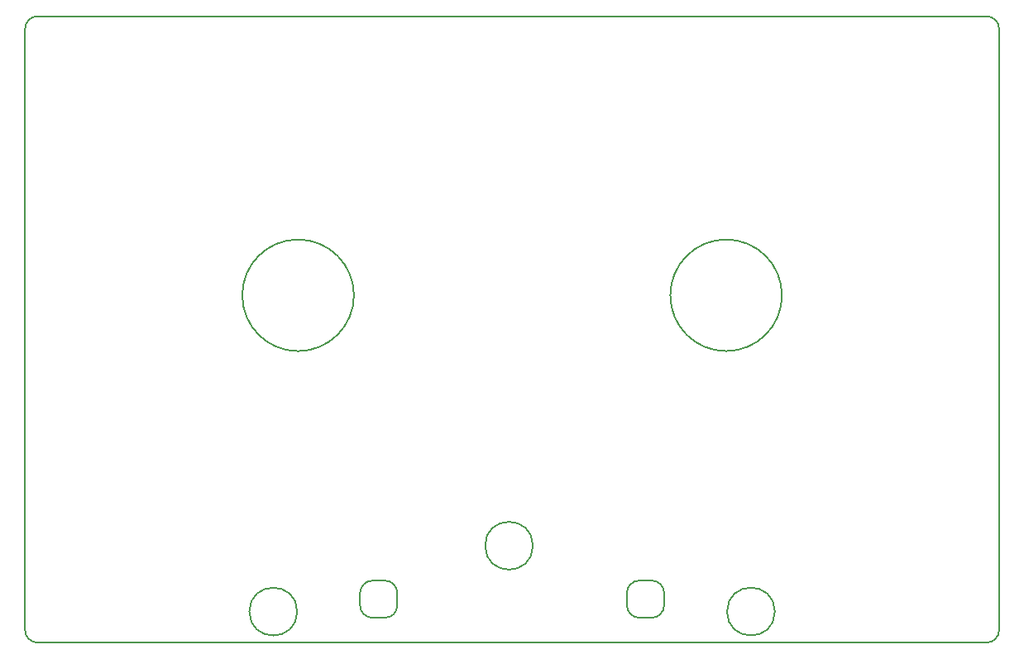
<source format=gm1>
G04 #@! TF.GenerationSoftware,KiCad,Pcbnew,(5.1.5)-3*
G04 #@! TF.CreationDate,2020-03-03T21:34:11+01:00*
G04 #@! TF.ProjectId,8bitWave Backplate,38626974-5761-4766-9520-4261636b706c,rev?*
G04 #@! TF.SameCoordinates,Original*
G04 #@! TF.FileFunction,Profile,NP*
%FSLAX46Y46*%
G04 Gerber Fmt 4.6, Leading zero omitted, Abs format (unit mm)*
G04 Created by KiCad (PCBNEW (5.1.5)-3) date 2020-03-03 21:34:11*
%MOMM*%
%LPD*%
G04 APERTURE LIST*
%ADD10C,0.150000*%
G04 APERTURE END LIST*
D10*
X135890000Y-137160000D02*
X135890000Y-138430000D01*
X133350000Y-135890000D02*
X134620000Y-135890000D01*
X132080000Y-138430000D02*
X132080000Y-137160000D01*
X134620000Y-139700000D02*
X133350000Y-139700000D01*
X106045000Y-135890000D02*
X107315000Y-135890000D01*
X107315000Y-139700000D02*
X106045000Y-139700000D01*
X108585000Y-137160000D02*
X108585000Y-138430000D01*
X104775000Y-138430000D02*
X104775000Y-137160000D01*
X133350000Y-139700000D02*
G75*
G02X132080000Y-138430000I0J1270000D01*
G01*
X132080000Y-137160000D02*
G75*
G02X133350000Y-135890000I1270000J0D01*
G01*
X135890000Y-138430000D02*
G75*
G02X134620000Y-139700000I-1270000J0D01*
G01*
X134620000Y-135890000D02*
G75*
G02X135890000Y-137160000I0J-1270000D01*
G01*
X108585000Y-138430000D02*
G75*
G02X107315000Y-139700000I-1270000J0D01*
G01*
X106045000Y-139700000D02*
G75*
G02X104775000Y-138430000I0J1270000D01*
G01*
X104775000Y-137160000D02*
G75*
G02X106045000Y-135890000I1270000J0D01*
G01*
X107315000Y-135890000D02*
G75*
G02X108585000Y-137160000I0J-1270000D01*
G01*
X147230000Y-139065000D02*
G75*
G03X147230000Y-139065000I-2450000J0D01*
G01*
X98335000Y-139065000D02*
G75*
G03X98335000Y-139065000I-2450000J0D01*
G01*
X122465000Y-132320000D02*
G75*
G03X122465000Y-132320000I-2450000J0D01*
G01*
X147955000Y-106680000D02*
G75*
G03X147955000Y-106680000I-5715000J0D01*
G01*
X104140000Y-106680000D02*
G75*
G03X104140000Y-106680000I-5715000J0D01*
G01*
X70485000Y-79375000D02*
X70485000Y-140970000D01*
X168910000Y-78105000D02*
X71755000Y-78105000D01*
X71755000Y-78105000D02*
G75*
G03X70485000Y-79375000I0J-1270000D01*
G01*
X170180000Y-79375000D02*
G75*
G03X168910000Y-78105000I-1270000J0D01*
G01*
X170180000Y-140970000D02*
X170180000Y-79375000D01*
X168910000Y-142240000D02*
G75*
G03X170180000Y-140970000I0J1270000D01*
G01*
X71755000Y-142240000D02*
X168910000Y-142240000D01*
X70485000Y-140970000D02*
G75*
G03X71755000Y-142240000I1270000J0D01*
G01*
M02*

</source>
